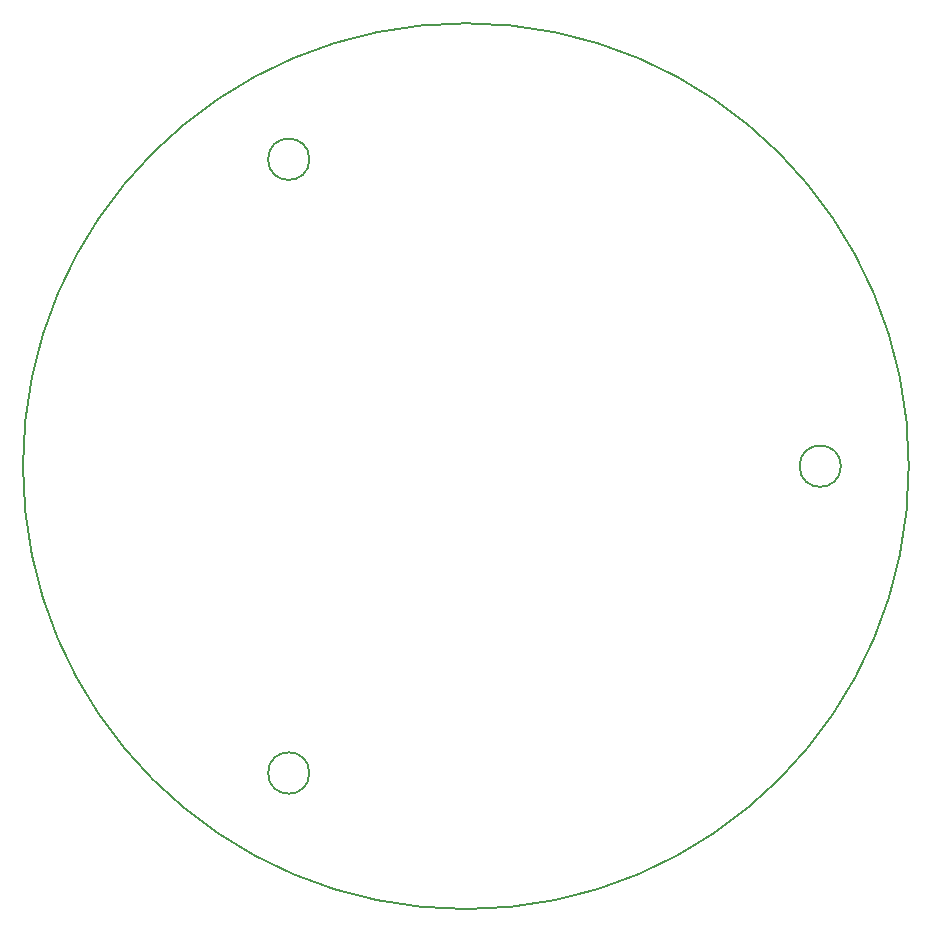
<source format=gm1>
G04*
G04 #@! TF.GenerationSoftware,Altium Limited,Altium Designer,21.1.1 (26)*
G04*
G04 Layer_Color=16711935*
%FSLAX25Y25*%
%MOIN*%
G70*
G04*
G04 #@! TF.SameCoordinates,FDC4DEE7-E93E-45EC-9828-44F572C0D175*
G04*
G04*
G04 #@! TF.FilePolarity,Positive*
G04*
G01*
G75*
%ADD13C,0.00500*%
D13*
X-52165Y-102287D02*
G03*
X-52165Y-102287I-6890J0D01*
G01*
Y102287D02*
G03*
X-52165Y102287I-6890J0D01*
G01*
X125000Y0D02*
G03*
X125000Y0I-6890J0D01*
G01*
X147638D02*
G03*
X147638Y0I-147638J0D01*
G01*
M02*

</source>
